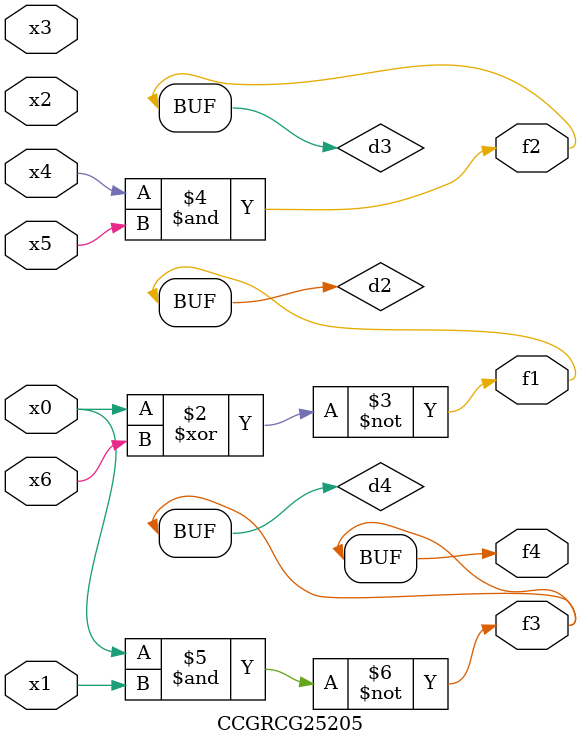
<source format=v>
module CCGRCG25205(
	input x0, x1, x2, x3, x4, x5, x6,
	output f1, f2, f3, f4
);

	wire d1, d2, d3, d4;

	nor (d1, x0);
	xnor (d2, x0, x6);
	and (d3, x4, x5);
	nand (d4, x0, x1);
	assign f1 = d2;
	assign f2 = d3;
	assign f3 = d4;
	assign f4 = d4;
endmodule

</source>
